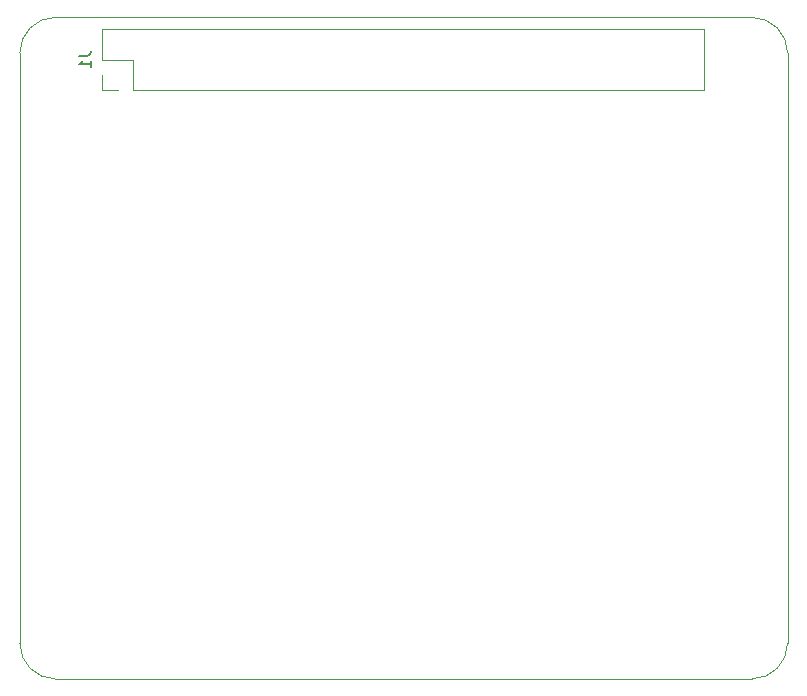
<source format=gbr>
G04 #@! TF.FileFunction,Legend,Bot*
%FSLAX46Y46*%
G04 Gerber Fmt 4.6, Leading zero omitted, Abs format (unit mm)*
G04 Created by KiCad (PCBNEW 4.0.2-stable) date 9/14/2021 9:27:19 PM*
%MOMM*%
G01*
G04 APERTURE LIST*
%ADD10C,0.100000*%
%ADD11C,0.120000*%
%ADD12C,0.150000*%
G04 APERTURE END LIST*
D10*
X78546356Y-63817611D02*
X78546356Y-113817611D01*
X78546356Y-63817611D02*
G75*
G02X81546356Y-60817611I3000000J0D01*
G01*
X140546356Y-60817611D02*
X81546356Y-60817611D01*
X140546356Y-60817611D02*
G75*
G02X143546356Y-63817611I0J-3000000D01*
G01*
X143546356Y-113817611D02*
X143546356Y-63817611D01*
X81546356Y-116817611D02*
G75*
G02X78546356Y-113817611I0J3000000D01*
G01*
X81546356Y-116817611D02*
X140546356Y-116817611D01*
X143546351Y-113822847D02*
G75*
G02X140546356Y-116817611I-2999995J5236D01*
G01*
D11*
X85538000Y-61789000D02*
X85538000Y-64389000D01*
X85538000Y-61789000D02*
X136458000Y-61789000D01*
X136458000Y-61789000D02*
X136458000Y-66989000D01*
X88138000Y-66989000D02*
X136458000Y-66989000D01*
X88138000Y-64389000D02*
X88138000Y-66989000D01*
X85538000Y-64389000D02*
X88138000Y-64389000D01*
X85538000Y-66989000D02*
X86868000Y-66989000D01*
X85538000Y-65659000D02*
X85538000Y-66989000D01*
D12*
X83550381Y-64055667D02*
X84264667Y-64055667D01*
X84407524Y-64008047D01*
X84502762Y-63912809D01*
X84550381Y-63769952D01*
X84550381Y-63674714D01*
X84550381Y-65055667D02*
X84550381Y-64484238D01*
X84550381Y-64769952D02*
X83550381Y-64769952D01*
X83693238Y-64674714D01*
X83788476Y-64579476D01*
X83836095Y-64484238D01*
M02*

</source>
